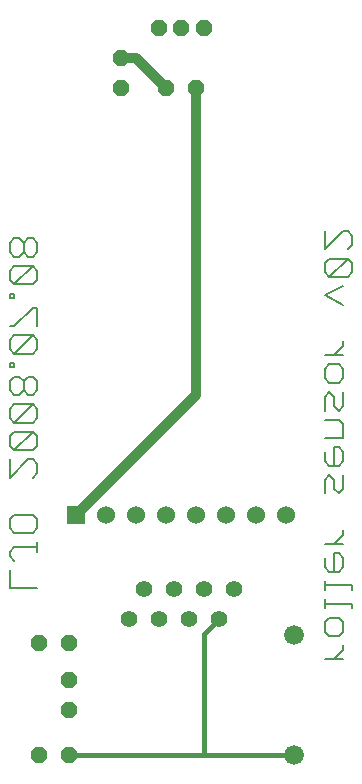
<source format=gbl>
G75*
G70*
%OFA0B0*%
%FSLAX24Y24*%
%IPPOS*%
%LPD*%
%AMOC8*
5,1,8,0,0,1.08239X$1,22.5*
%
%ADD10C,0.0080*%
%ADD11OC8,0.0520*%
%ADD12C,0.0660*%
%ADD13C,0.0550*%
%ADD14OC8,0.0554*%
%ADD15R,0.0600X0.0600*%
%ADD16C,0.0600*%
%ADD17C,0.0320*%
%ADD18C,0.0160*%
D10*
X001467Y010671D02*
X001467Y011284D01*
X001621Y011591D02*
X001467Y011745D01*
X001467Y011898D01*
X001621Y012052D01*
X002388Y012052D01*
X002388Y012205D02*
X002388Y011898D01*
X002235Y012512D02*
X001621Y012512D01*
X001467Y012666D01*
X001467Y012972D01*
X001621Y013126D01*
X002235Y013126D01*
X002388Y012972D01*
X002388Y012666D01*
X002235Y012512D01*
X002235Y014354D02*
X002388Y014507D01*
X002388Y014814D01*
X002235Y014967D01*
X002081Y014967D01*
X001467Y014354D01*
X001467Y014967D01*
X001621Y015274D02*
X001467Y015428D01*
X001467Y015735D01*
X001621Y015888D01*
X002235Y015888D01*
X001621Y015274D01*
X002235Y015274D01*
X002388Y015428D01*
X002388Y015735D01*
X002235Y015888D01*
X002235Y016195D02*
X002388Y016349D01*
X002388Y016655D01*
X002235Y016809D01*
X001621Y016195D01*
X001467Y016349D01*
X001467Y016655D01*
X001621Y016809D01*
X002235Y016809D01*
X002235Y017116D02*
X002081Y017116D01*
X001928Y017269D01*
X001928Y017576D01*
X001774Y017730D01*
X001621Y017730D01*
X001467Y017576D01*
X001467Y017269D01*
X001621Y017116D01*
X001774Y017116D01*
X001928Y017269D01*
X001928Y017576D02*
X002081Y017730D01*
X002235Y017730D01*
X002388Y017576D01*
X002388Y017269D01*
X002235Y017116D01*
X002235Y016195D02*
X001621Y016195D01*
X001621Y018037D02*
X001467Y018037D01*
X001467Y018190D01*
X001621Y018190D01*
X001621Y018037D01*
X001621Y018497D02*
X001467Y018650D01*
X001467Y018957D01*
X001621Y019111D01*
X002235Y019111D01*
X001621Y018497D01*
X002235Y018497D01*
X002388Y018650D01*
X002388Y018957D01*
X002235Y019111D01*
X002388Y019418D02*
X002388Y020031D01*
X002235Y020031D01*
X001621Y019418D01*
X001467Y019418D01*
X001467Y020338D02*
X001467Y020492D01*
X001621Y020492D01*
X001621Y020338D01*
X001467Y020338D01*
X001621Y020799D02*
X001467Y020952D01*
X001467Y021259D01*
X001621Y021413D01*
X002235Y021413D01*
X001621Y020799D01*
X002235Y020799D01*
X002388Y020952D01*
X002388Y021259D01*
X002235Y021413D01*
X002235Y021720D02*
X002081Y021720D01*
X001928Y021873D01*
X001928Y022180D01*
X001774Y022333D01*
X001621Y022333D01*
X001467Y022180D01*
X001467Y021873D01*
X001621Y021720D01*
X001774Y021720D01*
X001928Y021873D01*
X001928Y022180D02*
X002081Y022333D01*
X002235Y022333D01*
X002388Y022180D01*
X002388Y021873D01*
X002235Y021720D01*
X002388Y010671D02*
X001467Y010671D01*
X011967Y010614D02*
X011967Y010920D01*
X011967Y010767D02*
X012888Y010767D01*
X012888Y010614D01*
X012888Y010153D02*
X011967Y010153D01*
X011967Y010000D02*
X011967Y010307D01*
X012121Y009693D02*
X012428Y009693D01*
X012581Y009539D01*
X012581Y009232D01*
X012428Y009079D01*
X012121Y009079D01*
X011967Y009232D01*
X011967Y009539D01*
X012121Y009693D01*
X012581Y008772D02*
X012581Y008619D01*
X012274Y008312D01*
X011967Y008312D02*
X012581Y008312D01*
X012888Y010000D02*
X012888Y010153D01*
X012428Y011227D02*
X012581Y011381D01*
X012581Y011688D01*
X012428Y011841D01*
X012274Y011841D01*
X012274Y011227D01*
X012121Y011227D02*
X012428Y011227D01*
X012121Y011227D02*
X011967Y011381D01*
X011967Y011688D01*
X011967Y012148D02*
X012581Y012148D01*
X012274Y012148D02*
X012581Y012455D01*
X012581Y012608D01*
X012428Y013836D02*
X012274Y013990D01*
X012274Y014296D01*
X012121Y014450D01*
X011967Y014296D01*
X011967Y013836D01*
X012428Y013836D02*
X012581Y013990D01*
X012581Y014450D01*
X012428Y014757D02*
X012581Y014910D01*
X012581Y015217D01*
X012428Y015371D01*
X012274Y015371D01*
X012274Y014757D01*
X012121Y014757D02*
X012428Y014757D01*
X012121Y014757D02*
X011967Y014910D01*
X011967Y015217D01*
X011967Y015678D02*
X012581Y015678D01*
X012581Y016138D01*
X012428Y016291D01*
X011967Y016291D01*
X011967Y016598D02*
X011967Y017059D01*
X012121Y017212D01*
X012274Y017059D01*
X012274Y016752D01*
X012428Y016598D01*
X012581Y016752D01*
X012581Y017212D01*
X012428Y017519D02*
X012121Y017519D01*
X011967Y017673D01*
X011967Y017979D01*
X012121Y018133D01*
X012428Y018133D01*
X012581Y017979D01*
X012581Y017673D01*
X012428Y017519D01*
X012581Y018440D02*
X011967Y018440D01*
X012274Y018440D02*
X012581Y018747D01*
X012581Y018900D01*
X012581Y020128D02*
X011967Y020435D01*
X012581Y020742D01*
X012735Y021049D02*
X012888Y021202D01*
X012888Y021509D01*
X012735Y021662D01*
X012121Y021049D01*
X011967Y021202D01*
X011967Y021509D01*
X012121Y021662D01*
X012735Y021662D01*
X012735Y021969D02*
X012888Y022123D01*
X012888Y022430D01*
X012735Y022583D01*
X012581Y022583D01*
X011967Y021969D01*
X011967Y022583D01*
X012121Y021049D02*
X012735Y021049D01*
D11*
X002427Y005101D03*
X003427Y005101D03*
X003427Y006601D03*
X003427Y007601D03*
X003427Y008851D03*
X002427Y008851D03*
X005177Y027351D03*
X005177Y028351D03*
X006677Y027351D03*
X007677Y027351D03*
D12*
X010927Y009101D03*
X010927Y005101D03*
D13*
X008927Y010651D03*
X008427Y009651D03*
X007927Y010651D03*
X007427Y009651D03*
X006927Y010651D03*
X006427Y009651D03*
X005927Y010651D03*
X005427Y009651D03*
D14*
X006427Y029351D03*
X007177Y029351D03*
X007927Y029351D03*
D15*
X003677Y013101D03*
D16*
X004677Y013101D03*
X005677Y013101D03*
X006677Y013101D03*
X007677Y013101D03*
X008677Y013101D03*
X009677Y013101D03*
X010677Y013101D03*
D17*
X007677Y017101D02*
X007677Y027351D01*
X006677Y027351D02*
X005677Y028351D01*
X005177Y028351D01*
X007677Y017101D02*
X003677Y013101D01*
D18*
X003427Y005101D02*
X007927Y005101D01*
X007927Y009151D01*
X008427Y009651D01*
X007927Y005101D02*
X010927Y005101D01*
M02*

</source>
